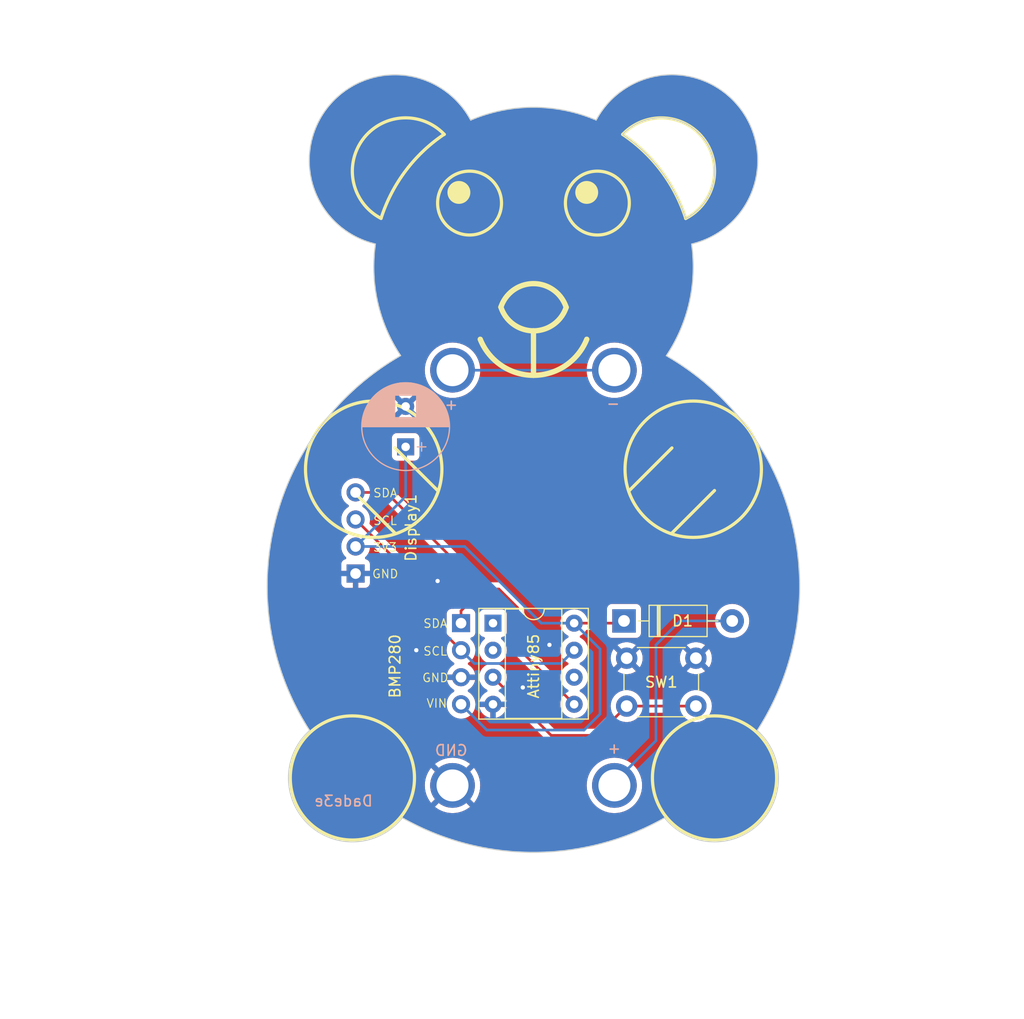
<source format=kicad_pcb>
(kicad_pcb (version 20221018) (generator pcbnew)
  (layers (0 "F.Cu" signal) (31 "B.Cu" signal) (34 "B.Paste" user) (35 "F.Paste" user) (36 "B.SilkS" user "B.Silkscreen") (37 "F.SilkS" user "F.Silkscreen") (38 "B.Mask" user) (39 "F.Mask" user) (44 "Edge.Cuts" user))
  (net 0 "")
  (net 3 "Net-(Attiny85-XTAL2{slash}PB4)")
  (net 4 "GND")
  (net 5 "Net-(Attiny85-AREF{slash}PB0)")
  (net 7 "Net-(Attiny85-PB2)")
  (net 8 "Net-(Attiny85-VCC)")
  (net 9 "Net-(D1-A)")
  (net 10 "Net-(SC1--)")
  (footprint "mia_libreria:Display_i2c_128x32" (layer "F.Cu") (at 68.3 96.2)
    (fp_text reference "Display1" (at 5.2 3.3 90) (layer "F.SilkS"))
    (fp_text value "Conn_01x04_Shielded")
    (fp_text user "GND" (at 1.5 8.1 unlocked) (layer "F.SilkS") (effects (font (size 0.8 0.8) (thickness 0.1)) (justify left bottom)))
    (fp_text user "SCL" (at 1.6 3.1 unlocked) (layer "F.SilkS") (effects (font (size 0.8 0.8) (thickness 0.1)) (justify left bottom)))
    (fp_text user "SDA" (at 1.6 0.5 unlocked) (layer "F.SilkS") (effects (font (size 0.8 0.8) (thickness 0.1)) (justify left bottom)))
    (fp_text user "3V3" (at 1.6 5.6 unlocked) (layer "F.SilkS") (effects (font (size 0.8 0.8) (thickness 0.1)) (justify left bottom)))
    (pad "1" thru_hole rect (at 0 7.6 180) (size 1.7 1.7) (drill 1) (layers "*.Cu" "*.Mask") (net 4 "GND"))
    (pad "2" thru_hole oval (at 0 5.06 180) (size 1.7 1.7) (drill 1) (layers "*.Cu" "*.Mask") (net 8 "Net-(Attiny85-VCC)"))
    (pad "3" thru_hole oval (at 0 2.52 180) (size 1.7 1.7) (drill 1) (layers "*.Cu" "*.Mask") (net 7 "Net-(Attiny85-PB2)"))
    (pad "4" thru_hole oval (at 0 -0.02 180) (size 1.7 1.7) (drill 1) (layers "*.Cu" "*.Mask") (net 5 "Net-(Attiny85-AREF{slash}PB0)"))
  )
  (footprint "Button_Switch_THT:SW_PUSH_6mm_H8mm" (layer "F.Cu") (at 100.25 116.25 180)
    (fp_text reference "SW1" (at 3.25 2.25) (layer "F.SilkS"))
    (fp_text value "SW_SPST" hide)
    (fp_line (start -0.25 1.5) (end -0.25 3) (stroke (width 0.12)) (layer "F.SilkS"))
    (fp_line (start 1 5.5) (end 5.5 5.5) (stroke (width 0.12)) (layer "F.SilkS"))
    (fp_line (start 5.5 -1) (end 1 -1) (stroke (width 0.12)) (layer "F.SilkS"))
    (fp_line (start 6.75 3) (end 6.75 1.5) (stroke (width 0.12)) (layer "F.SilkS"))
    (pad "1" thru_hole circle (at 0 0 270) (size 2 2) (drill 1.1) (layers "*.Cu" "*.Mask") (net 3 "Net-(Attiny85-XTAL2{slash}PB4)"))
    (pad "1" thru_hole circle (at 6.5 0 270) (size 2 2) (drill 1.1) (layers "*.Cu" "*.Mask") (net 3 "Net-(Attiny85-XTAL2{slash}PB4)"))
    (pad "2" thru_hole circle (at 0 4.5 270) (size 2 2) (drill 1.1) (layers "*.Cu" "*.Mask") (net 4 "GND"))
    (pad "2" thru_hole circle (at 6.5 4.5 270) (size 2 2) (drill 1.1) (layers "*.Cu" "*.Mask") (net 4 "GND"))
  )
  (footprint "Connector_PinSocket_2.54mm:PinSocket_1x04_P2.54mm_Vertical" (layer "F.Cu") (at 78.2 108.46)
    (fp_text reference "BMP280" (at -6.2 4.04 90) (layer "F.SilkS"))
    (fp_text value "Conn_01x04_Shielded")
    (fp_text user "VIN" (at -3.3 8 unlocked) (layer "F.SilkS") (effects (font (size 0.8 0.8) (thickness 0.1)) (justify left bottom)))
    (fp_text user "SCL" (at -3.6 3.1 unlocked) (layer "F.SilkS") (effects (font (size 0.8 0.8) (thickness 0.1)) (justify left bottom)))
    (fp_text user "SDA" (at -3.6 0.5 unlocked) (layer "F.SilkS") (effects (font (size 0.8 0.8) (thickness 0.1)) (justify left bottom)))
    (fp_text user "GND" (at -3.7 5.6 unlocked) (layer "F.SilkS") (effects (font (size 0.8 0.8) (thickness 0.1)) (justify left bottom)))
    (pad "1" thru_hole rect (at 0 0) (size 1.7 1.7) (drill 1) (layers "*.Cu" "*.Mask") (net 5 "Net-(Attiny85-AREF{slash}PB0)"))
    (pad "2" thru_hole oval (at 0 2.54) (size 1.7 1.7) (drill 1) (layers "*.Cu" "*.Mask") (net 7 "Net-(Attiny85-PB2)"))
    (pad "3" thru_hole oval (at 0 5.08) (size 1.7 1.7) (drill 1) (layers "*.Cu" "*.Mask") (net 4 "GND"))
    (pad "4" thru_hole oval (at 0 7.62) (size 1.7 1.7) (drill 1) (layers "*.Cu" "*.Mask") (net 8 "Net-(Attiny85-VCC)"))
  )
  (footprint "Diode_THT:D_DO-41_SOD81_P10.16mm_Horizontal" (layer "F.Cu") (at 93.5 108.25)
    (fp_text reference "D1" (at 5.5 0) (layer "F.SilkS"))
    (fp_text value "1N4007" hide)
    (fp_line (start 1.34 0) (end 2.36 0) (stroke (width 0.12)) (layer "F.SilkS"))
    (fp_line (start 2.36 -1.47) (end 2.36 1.47) (stroke (width 0.12)) (layer "F.SilkS"))
    (fp_line (start 2.36 1.47) (end 7.8 1.47) (stroke (width 0.12)) (layer "F.SilkS"))
    (fp_line (start 3.14 -1.47) (end 3.14 1.47) (stroke (width 0.12)) (layer "F.SilkS"))
    (fp_line (start 3.26 -1.47) (end 3.26 1.47) (stroke (width 0.12)) (layer "F.SilkS"))
    (fp_line (start 3.38 -1.47) (end 3.38 1.47) (stroke (width 0.12)) (layer "F.SilkS"))
    (fp_line (start 7.8 -1.47) (end 2.36 -1.47) (stroke (width 0.12)) (layer "F.SilkS"))
    (fp_line (start 7.8 1.47) (end 7.8 -1.47) (stroke (width 0.12)) (layer "F.SilkS"))
    (fp_line (start 8.82 0) (end 7.8 0) (stroke (width 0.12)) (layer "F.SilkS"))
    (pad "1" thru_hole rect (at 0 0) (size 2.2 2.2) (drill 1.1) (layers "*.Cu" "*.Mask") (net 8 "Net-(Attiny85-VCC)"))
    (pad "2" thru_hole oval (at 10.16 0) (size 2.2 2.2) (drill 1.1) (layers "*.Cu" "*.Mask") (net 9 "Net-(D1-A)"))
  )
  (footprint "Package_DIP:DIP-8_W7.62mm_Socket" (layer "F.Cu") (at 81.2 108.46)
    (fp_text reference "Attiny85" (at 3.81 4.04 90) (layer "F.SilkS"))
    (fp_text value "ATtiny85-20P")
    (fp_line (start -1.33 -1.39) (end -1.33 9.01) (stroke (width 0.12)) (layer "F.SilkS"))
    (fp_line (start -1.33 9.01) (end 8.95 9.01) (stroke (width 0.12)) (layer "F.SilkS"))
    (fp_line (start 1.16 -1.33) (end 1.16 8.95) (stroke (width 0.12)) (layer "F.SilkS"))
    (fp_line (start 1.16 8.95) (end 6.46 8.95) (stroke (width 0.12)) (layer "F.SilkS"))
    (fp_line (start 2.81 -1.33) (end 1.16 -1.33) (stroke (width 0.12)) (layer "F.SilkS"))
    (fp_line (start 6.46 -1.33) (end 4.81 -1.33) (stroke (width 0.12)) (layer "F.SilkS"))
    (fp_line (start 6.46 8.95) (end 6.46 -1.33) (stroke (width 0.12)) (layer "F.SilkS"))
    (fp_line (start 8.95 -1.39) (end -1.33 -1.39) (stroke (width 0.12)) (layer "F.SilkS"))
    (fp_line (start 8.95 9.01) (end 8.95 -1.39) (stroke (width 0.12)) (layer "F.SilkS"))
    (fp_arc (start 4.81 -1.33) (mid 3.81 -0.33) (end 2.81 -1.33) (stroke (width 0.12)) (layer "F.SilkS"))
    (pad "1" thru_hole rect (at 0 0) (size 1.6 1.6) (drill 0.8) (layers "*.Cu" "*.Mask"))
    (pad "2" thru_hole oval (at 0 2.54) (size 1.6 1.6) (drill 0.8) (layers "*.Cu" "*.Mask"))
    (pad "3" thru_hole oval (at 0 5.08) (size 1.6 1.6) (drill 0.8) (layers "*.Cu" "*.Mask") (net 3 "Net-(Attiny85-XTAL2{slash}PB4)"))
    (pad "4" thru_hole oval (at 0 7.62) (size 1.6 1.6) (drill 0.8) (layers "*.Cu" "*.Mask") (net 4 "GND"))
    (pad "5" thru_hole oval (at 7.62 7.62) (size 1.6 1.6) (drill 0.8) (layers "*.Cu" "*.Mask") (net 5 "Net-(Attiny85-AREF{slash}PB0)"))
    (pad "6" thru_hole oval (at 7.62 5.08) (size 1.6 1.6) (drill 0.8) (layers "*.Cu" "*.Mask"))
    (pad "7" thru_hole oval (at 7.62 2.54) (size 1.6 1.6) (drill 0.8) (layers "*.Cu" "*.Mask") (net 7 "Net-(Attiny85-PB2)"))
    (pad "8" thru_hole oval (at 7.62 0) (size 1.6 1.6) (drill 0.8) (layers "*.Cu" "*.Mask") (net 8 "Net-(Attiny85-VCC)"))
  )
  (footprint "Capacitor_THT:CP_Radial_D8.0mm_P3.80mm" (layer "B.Cu") (at 73 91.9 90)
    (fp_text reference "C1" hide)
    (fp_text value "25F" hide)
    (fp_line (start -0.4 1.5) (end 0.4 1.5) (stroke (width 0.12)) (layer "B.SilkS"))
    (fp_line (start 0 1.9) (end 0 1.1) (stroke (width 0.12)) (layer "B.SilkS"))
    (fp_line (start 1.9 4.08) (end 1.9 -4.08) (stroke (width 0.12)) (layer "B.SilkS"))
    (fp_line (start 1.94 4.08) (end 1.94 -4.08) (stroke (width 0.12)) (layer "B.SilkS"))
    (fp_line (start 1.98 4.08) (end 1.98 -4.08) (stroke (width 0.12)) (layer "B.SilkS"))
    (fp_line (start 2.02 4.079) (end 2.02 -4.079) (stroke (width 0.12)) (layer "B.SilkS"))
    (fp_line (start 2.06 4.077) (end 2.06 -4.077) (stroke (width 0.12)) (layer "B.SilkS"))
    (fp_line (start 2.1 4.076) (end 2.1 -4.076) (stroke (width 0.12)) (layer "B.SilkS"))
    (fp_line (start 2.14 4.074) (end 2.14 -4.074) (stroke (width 0.12)) (layer "B.SilkS"))
    (fp_line (start 2.18 4.071) (end 2.18 -4.071) (stroke (width 0.12)) (layer "B.SilkS"))
    (fp_line (start 2.22 4.068) (end 2.22 -4.068) (stroke (width 0.12)) (layer "B.SilkS"))
    (fp_line (start 2.26 4.065) (end 2.26 -4.065) (stroke (width 0.12)) (layer "B.SilkS"))
    (fp_line (start 2.3 4.061) (end 2.3 -4.061) (stroke (width 0.12)) (layer "B.SilkS"))
    (fp_line (start 2.34 4.057) (end 2.34 -4.057) (stroke (width 0.12)) (layer "B.SilkS"))
    (fp_line (start 2.38 4.052) (end 2.38 -4.052) (stroke (width 0.12)) (layer "B.SilkS"))
    (fp_line (start 2.42 4.048) (end 2.42 -4.048) (stroke (width 0.12)) (layer "B.SilkS"))
    (fp_line (start 2.46 4.042) (end 2.46 -4.042) (stroke (width 0.12)) (layer "B.SilkS"))
    (fp_line (start 2.5 4.037) (end 2.5 -4.037) (stroke (width 0.12)) (layer "B.SilkS"))
    (fp_line (start 2.54 4.03) (end 2.54 -4.03) (stroke (width 0.12)) (layer "B.SilkS"))
    (fp_line (start 2.58 4.024) (end 2.58 -4.024) (stroke (width 0.12)) (layer "B.SilkS"))
    (fp_line (start 2.621 4.017) (end 2.621 -4.017) (stroke (width 0.12)) (layer "B.SilkS"))
    (fp_line (start 2.661 4.01) (end 2.661 -4.01) (stroke (width 0.12)) (layer "B.SilkS"))
    (fp_line (start 2.701 4.002) (end 2.701 -4.002) (stroke (width 0.12)) (layer "B.SilkS"))
    (fp_line (start 2.741 3.994) (end 2.741 -3.994) (stroke (width 0.12)) (layer "B.SilkS"))
    (fp_line (start 2.781 -1.04) (end 2.781 -3.985) (stroke (width 0.12)) (layer "B.SilkS"))
    (fp_line (start 2.781 3.985) (end 2.781 1.04) (stroke (width 0.12)) (layer "B.SilkS"))
    (fp_line (start 2.821 -1.04) (end 2.821 -3.976) (stroke (width 0.12)) (layer "B.SilkS"))
    (fp_line (start 2.821 3.976) (end 2.821 1.04) (stroke (width 0.12)) (layer "B.SilkS"))
    (fp_line (start 2.861 -1.04) (end 2.861 -3.967) (stroke (width 0.12)) (layer "B.SilkS"))
    (fp_line (start 2.861 3.967) (end 2.861 1.04) (stroke (width 0.12)) (layer "B.SilkS"))
    (fp_line (start 2.901 -1.04) (end 2.901 -3.957) (stroke (width 0.12)) (layer "B.SilkS"))
    (fp_line (start 2.901 3.957) (end 2.901 1.04) (stroke (width 0.12)) (layer "B.SilkS"))
    (fp_line (start 2.941 -1.04) (end 2.941 -3.947) (stroke (width 0.12)) (layer "B.SilkS"))
    (fp_line (start 2.941 3.947) (end 2.941 1.04) (stroke (width 0.12)) (layer "B.SilkS"))
    (fp_line (start 2.981 -1.04) (end 2.981 -3.936) (stroke (width 0.12)) (layer "B.SilkS"))
    (fp_line (start 2.981 3.936) (end 2.981 1.04) (stroke (width 0.12)) (layer "B.SilkS"))
    (fp_line (start 3.021 -1.04) (end 3.021 -3.925) (stroke (width 0.12)) (layer "B.SilkS"))
    (fp_line (start 3.021 3.925) (end 3.021 1.04) (stroke (width 0.12)) (layer "B.SilkS"))
    (fp_line (start 3.061 -1.04) (end 3.061 -3.914) (stroke (width 0.12)) (layer "B.SilkS"))
    (fp_line (start 3.061 3.914) (end 3.061 1.04) (stroke (width 0.12)) (layer "B.SilkS"))
    (fp_line (start 3.101 -1.04) (end 3.101 -3.902) (stroke (width 0.12)) (layer "B.SilkS"))
    (fp_line (start 3.101 3.902) (end 3.101 1.04) (stroke (width 0.12)) (layer "B.SilkS"))
    (fp_line (start 3.141 -1.04) (end 3.141 -3.889) (stroke (width 0.12)) (layer "B.SilkS"))
    (fp_line (start 3.141 3.889) (end 3.141 1.04) (stroke (width 0.12)) (layer "B.SilkS"))
    (fp_line (start 3.181 -1.04) (end 3.181 -3.877) (stroke (width 0.12)) (layer "B.SilkS"))
    (fp_line (start 3.181 3.877) (end 3.181 1.04) (stroke (width 0.12)) (layer "B.SilkS"))
    (fp_line (start 3.221 -1.04) (end 3.221 -3.863) (stroke (width 0.12)) (layer "B.SilkS"))
    (fp_line (start 3.221 3.863) (end 3.221 1.04) (stroke (width 0.12)) (layer "B.SilkS"))
    (fp_line (start 3.261 -1.04) (end 3.261 -3.85) (stroke (width 0.12)) (layer "B.SilkS"))
    (fp_line (start 3.261 3.85) (end 3.261 1.04) (stroke (width 0.12)) (layer "B.SilkS"))
    (fp_line (start 3.301 -1.04) (end 3.301 -3.835) (stroke (width 0.12)) (layer "B.SilkS"))
    (fp_line (start 3.301 3.835) (end 3.301 1.04) (stroke (width 0.12)) (layer "B.SilkS"))
    (fp_line (start 3.341 -1.04) (end 3.341 -3.821) (stroke (width 0.12)) (layer "B.SilkS"))
    (fp_line (start 3.341 3.821) (end 3.341 1.04) (stroke (width 0.12)) (layer "B.SilkS"))
    (fp_line (start 3.381 -1.04) (end 3.381 -3.805) (stroke (width 0.12)) (layer "B.SilkS"))
    (fp_line (start 3.381 3.805) (end 3.381 1.04) (stroke (width 0.12)) (layer "B.SilkS"))
    (fp_line (start 3.421 -1.04) (end 3.421 -3.79) (stroke (width 0.12)) (layer "B.SilkS"))
    (fp_line (start 3.421 3.79) (end 3.421 1.04) (stroke (width 0.12)) (layer "B.SilkS"))
    (fp_line (start 3.461 -1.04) (end 3.461 -3.774) (stroke (width 0.12)) (layer "B.SilkS"))
    (fp_line (start 3.461 3.774) (end 3.461 1.04) (stroke (width 0.12)) (layer "B.SilkS"))
    (fp_line (start 3.501 -1.04) (end 3.501 -3.757) (stroke (width 0.12)) (layer "B.SilkS"))
    (fp_line (start 3.501 3.757) (end 3.501 1.04) (stroke (width 0.12)) (layer "B.SilkS"))
    (fp_line (start 3.541 -1.04) (end 3.541 -3.74) (stroke (width 0.12)) (layer "B.SilkS"))
    (fp_line (start 3.541 3.74) (end 3.541 1.04) (stroke (width 0.12)) (layer "B.SilkS"))
    (fp_line (start 3.581 -1.04) (end 3.581 -3.722) (stroke (width 0.12)) (layer "B.SilkS"))
    (fp_line (start 3.581 3.722) (end 3.581 1.04) (stroke (width 0.12)) (layer "B.SilkS"))
    (fp_line (start 3.621 -1.04) (end 3.621 -3.704) (stroke (width 0.12)) (layer "B.SilkS"))
    (fp_line (start 3.621 3.704) (end 3.621 1.04) (stroke (width 0.12)) (layer "B.SilkS"))
    (fp_line (start 3.661 -1.04) (end 3.661 -3.686) (stroke (width 0.12)) (layer "B.SilkS"))
    (fp_line (start 3.661 3.686) (end 3.661 1.04) (stroke (width 0.12)) (layer "B.SilkS"))
    (fp_line (start 3.701 -1.04) (end 3.701 -3.666) (stroke (width 0.12)) (layer "B.SilkS"))
    (fp_line (start 3.701 3.666) (end 3.701 1.04) (stroke (width 0.12)) (layer "B.SilkS"))
    (fp_line (start 3.741 -1.04) (end 3.741 -3.647) (stroke (width 0.12)) (layer "B.SilkS"))
    (fp_line (start 3.741 3.647) (end 3.741 1.04) (stroke (width 0.12)) (layer "B.SilkS"))
    (fp_line (start 3.781 -1.04) (end 3.781 -3.627) (stroke (width 0.12)) (layer "B.SilkS"))
    (fp_line (start 3.781 3.627) (end 3.781 1.04) (stroke (width 0.12)) (layer "B.SilkS"))
    (fp_line (start 3.821 -1.04) (end 3.821 -3.606) (stroke (width 0.12)) (layer "B.SilkS"))
    (fp_line (start 3.821 3.606) (end 3.821 1.04) (stroke (width 0.12)) (layer "B.SilkS"))
    (fp_line (start 3.861 -1.04) (end 3.861 -3.584) (stroke (width 0.12)) (layer "B.SilkS"))
    (fp_line (start 3.861 3.584) (end 3.861 1.04) (stroke (width 0.12)) (layer "B.SilkS"))
    (fp_line (start 3.901 -1.04) (end 3.901 -3.562) (stroke (width 0.12)) (layer "B.SilkS"))
    (fp_line (start 3.901 3.562) (end 3.901 1.04) (stroke (width 0.12)) (layer "B.SilkS"))
    (fp_line (start 3.941 -1.04) (end 3.941 -3.54) (stroke (width 0.12)) (layer "B.SilkS"))
    (fp_line (start 3.941 3.54) (end 3.941 1.04) (stroke (width 0.12)) (layer "B.SilkS"))
    (fp_line (start 3.981 -1.04) (end 3.981 -3.517) (stroke (width 0.12)) (layer "B.SilkS"))
    (fp_line (start 3.981 3.517) (end 3.981 1.04) (stroke (width 0.12)) (layer "B.SilkS"))
    (fp_line (start 4.021 -1.04) (end 4.021 -3.493) (stroke (width 0.12)) (layer "B.SilkS"))
    (fp_line (start 4.021 3.493) (end 4.021 1.04) (stroke (width 0.12)) (layer "B.SilkS"))
    (fp_line (start 4.061 -1.04) (end 4.061 -3.469) (stroke (width 0.12)) (layer "B.SilkS"))
    (fp_line (start 4.061 3.469) (end 4.061 1.04) (stroke (width 0.12)) (layer "B.SilkS"))
    (fp_line (start 4.101 -1.04) (end 4.101 -3.444) (stroke (width 0.12)) (layer "B.SilkS"))
    (fp_line (start 4.101 3.444) (end 4.101 1.04) (stroke (width 0.12)) (layer "B.SilkS"))
    (fp_line (start 4.141 -1.04) (end 4.141 -3.418) (stroke (width 0.12)) (layer "B.SilkS"))
    (fp_line (start 4.141 3.418) (end 4.141 1.04) (stroke (width 0.12)) (layer "B.SilkS"))
    (fp_line (start 4.181 -1.04) (end 4.181 -3.392) (stroke (width 0.12)) (layer "B.SilkS"))
    (fp_line (start 4.181 3.392) (end 4.181 1.04) (stroke (width 0.12)) (layer "B.SilkS"))
    (fp_line (start 4.221 -1.04) (end 4.221 -3.365) (stroke (width 0.12)) (layer "B.SilkS"))
    (fp_line (start 4.221 3.365) (end 4.221 1.04) (stroke (width 0.12)) (layer "B.SilkS"))
    (fp_line (start 4.261 -1.04) (end 4.261 -3.338) (stroke (width 0.12)) (layer "B.SilkS"))
    (fp_line (start 4.261 3.338) (end 4.261 1.04) (stroke (width 0.12)) (layer "B.SilkS"))
    (fp_line (start 4.301 -1.04) (end 4.301 -3.309) (stroke (width 0.12)) (layer "B.SilkS"))
    (fp_line (start 4.301 3.309) (end 4.301 1.04) (stroke (width 0.12)) (layer "B.SilkS"))
    (fp_line (start 4.341 -1.04) (end 4.341 -3.28) (stroke (width 0.12)) (layer "B.SilkS"))
    (fp_line (start 4.341 3.28) (end 4.341 1.04) (stroke (width 0.12)) (layer "B.SilkS"))
    (fp_line (start 4.381 -1.04) (end 4.381 -3.25) (stroke (width 0.12)) (layer "B.SilkS"))
    (fp_line (start 4.381 3.25) (end 4.381 1.04) (stroke (width 0.12)) (layer "B.SilkS"))
    (fp_line (start 4.421 -1.04) (end 4.421 -3.22) (stroke (width 0.12)) (layer "B.SilkS"))
    (fp_line (start 4.421 3.22) (end 4.421 1.04) (stroke (width 0.12)) (layer "B.SilkS"))
    (fp_line (start 4.461 -1.04) (end 4.461 -3.189) (stroke (width 0.12)) (layer "B.SilkS"))
    (fp_line (start 4.461 3.189) (end 4.461 1.04) (stroke (width 0.12)) (layer "B.SilkS"))
    (fp_line (start 4.501 -1.04) (end 4.501 -3.156) (stroke (width 0.12)) (layer "B.SilkS"))
    (fp_line (start 4.501 3.156) (end 4.501 1.04) (stroke (width 0.12)) (layer "B.SilkS"))
    (fp_line (start 4.541 -1.04) (end 4.541 -3.124) (stroke (width 0.12)) (layer "B.SilkS"))
    (fp_line (start 4.541 3.124) (end 4.541 1.04) (stroke (width 0.12)) (layer "B.SilkS"))
    (fp_line (start 4.581 -1.04) (end 4.581 -3.09) (stroke (width 0.12)) (layer "B.SilkS"))
    (fp_line (start 4.581 3.09) (end 4.581 1.04) (stroke (width 0.12)) (layer "B.SilkS"))
    (fp_line (start 4.621 -1.04) (end 4.621 -3.055) (stroke (width 0.12)) (layer "B.SilkS"))
    (fp_line (start 4.621 3.055) (end 4.621 1.04) (stroke (width 0.12)) (layer "B.SilkS"))
    (fp_line (start 4.661 -1.04) (end 4.661 -3.019) (stroke (width 0.12)) (layer "B.SilkS"))
    (fp_line (start 4.661 3.019) (end 4.661 1.04) (stroke (width 0.12)) (layer "B.SilkS"))
    (fp_line (start 4.701 -1.04) (end 4.701 -2.983) (stroke (width 0.12)) (layer "B.SilkS"))
    (fp_line (start 4.701 2.983) (end 4.701 1.04) (stroke (width 0.12)) (layer "B.SilkS"))
    (fp_line (start 4.741 -1.04) (end 4.741 -2.945) (stroke (width 0.12)) (layer "B.SilkS"))
    (fp_line (start 4.741 2.945) (end 4.741 1.04) (stroke (width 0.12)) (layer "B.SilkS"))
    (fp_line (start 4.781 -1.04) (end 4.781 -2.907) (stroke (width 0.12)) (layer "B.SilkS"))
    (fp_line (start 4.781 2.907) (end 4.781 1.04) (stroke (width 0.12)) (layer "B.SilkS"))
    (fp_line (start 4.821 -1.04) (end 4.821 -2.867) (stroke (width 0.12)) (layer "B.SilkS"))
    (fp_line (start 4.821 2.867) (end 4.821 1.04) (stroke (width 0.12)) (layer "B.SilkS"))
    (fp_line (start 4.861 2.826) (end 4.861 -2.826) (stroke (width 0.12)) (layer "B.SilkS"))
    (fp_line (start 4.901 2.784) (end 4.901 -2.784) (stroke (width 0.12)) (layer "B.SilkS"))
    (fp_line (start 4.941 2.741) (end 4.941 -2.741) (stroke (width 0.12)) (layer "B.SilkS"))
    (fp_line (start 4.981 2.697) (end 4.981 -2.697) (stroke (width 0.12)) (layer "B.SilkS"))
    (fp_line (start 5.021 2.651) (end 5.021 -2.651) (stroke (width 0.12)) (layer "B.SilkS"))
    (fp_line (start 5.061 2.604) (end 5.061 -2.604) (stroke (width 0.12)) (layer "B.SilkS"))
    (fp_line (start 5.101 2.556) (end 5.101 -2.556) (stroke (width 0.12)) (layer "B.SilkS"))
    (fp_line (start 5.141 2.505) (end 5.141 -2.505) (stroke (width 0.12)) (layer "B.SilkS"))
    (fp_line (start 5.181 2.454) (end 5.181 -2.454) (stroke (width 0.12)) (layer "B.SilkS"))
    (fp_line (start 5.221 2.4) (end 5.221 -2.4) (stroke (width 0.12)) (layer "B.SilkS"))
    (fp_line (start 5.261 2.345) (end 5.261 -2.345) (stroke (width 0.12)) (layer "B.SilkS"))
    (fp_line (start 5.301 2.287) (end 5.301 -2.287) (stroke (width 0.12)) (layer "B.SilkS"))
    (fp_line (start 5.341 2.228) (end 5.341 -2.228) (stroke (width 0.12)) (layer "B.SilkS"))
    (fp_line (start 5.381 2.166) (end 5.381 -2.166) (stroke (width 0.12)) (layer "B.SilkS"))
    (fp_line (start 5.421 2.102) (end 5.421 -2.102) (stroke (width 0.12)) (layer "B.SilkS"))
    (fp_line (start 5.461 2.034) (end 5.461 -2.034) (stroke (width 0.12)) (layer "B.SilkS"))
    (fp_line (start 5.501 1.964) (end 5.501 -1.964) (stroke (width 0.12)) (layer "B.SilkS"))
    (fp_line (start 5.541 1.89) (end 5.541 -1.89) (stroke (width 0.12)) (layer "B.SilkS"))
    (fp_line (start 5.581 1.813) (end 5.581 -1.813) (stroke (width 0.12)) (layer "B.SilkS"))
    (fp_line (start 5.621 1.731) (end 5.621 -1.731) (stroke (width 0.12)) (layer "B.SilkS"))
    (fp_line (start 5.661 1.645) (end 5.661 -1.645) (stroke (width 0.12)) (layer "B.SilkS"))
    (fp_line (start 5.701 1.552) (end 5.701 -1.552) (stroke (width 0.12)) (layer "B.SilkS"))
    (fp_line (start 5.741 1.453) (end 5.741 -1.453) (stroke (width 0.12)) (layer "B.SilkS"))
    (fp_line (start 5.781 1.346) (end 5.781 -1.346) (stroke (width 0.12)) (layer "B.SilkS"))
    (fp_line (start 5.821 1.229) (end 5.821 -1.229) (stroke (width 0.12)) (layer "B.SilkS"))
    (fp_line (start 5.861 1.098) (end 5.861 -1.098) (stroke (width 0.12)) (layer "B.SilkS"))
    (fp_line (start 5.901 0.948) (end 5.901 -0.948) (stroke (width 0.12)) (layer "B.SilkS"))
    (fp_line (start 5.941 0.768) (end 5.941 -0.768) (stroke (width 0.12)) (layer "B.SilkS"))
    (fp_line (start 5.981 0.533) (end 5.981 -0.533) (stroke (width 0.12)) (layer "B.SilkS"))
    (fp_circle (center 1.9 0) (end 6.02 0) (stroke (width 0.12)) (fill none) (layer "B.SilkS"))
    (pad "1" thru_hole rect (at 0 0 90) (size 1.6 1.6) (drill 0.8) (layers "*.Cu" "*.Mask") (net 8 "Net-(Attiny85-VCC)"))
    (pad "2" thru_hole circle (at 3.8 0 90) (size 1.6 1.6) (drill 0.8) (layers "*.Cu" "*.Mask") (net 4 "GND"))
  )
  (footprint "mia_libreria:solar_panel" (layer "B.Cu") (at 92.6 123.7 90)
    (fp_text reference "SC1" hide)
    (fp_text value "Solar_Cell")
    (pad "1" thru_hole circle (at 0 0 90) (size 4.2 4.2) (drill 3) (layers "*.Cu" "*.Mask") (net 9 "Net-(D1-A)"))
    (pad "2" thru_hole circle (at 39 0 90) (size 4.2 4.2) (drill 3) (layers "*.Cu" "*.Mask") (net 10 "Net-(SC1--)"))
  )
  (footprint "mia_libreria:solar_panel" (layer "B.Cu") (at 77.4 84.7 -90)
    (fp_text reference "SC2" hide)
    (fp_text value "Solar_Cell")
    (pad "1" thru_hole circle (at 0 0 270) (size 4.2 4.2) (drill 3) (layers "*.Cu" "*.Mask") (net 10 "Net-(SC1--)"))
    (pad "2" thru_hole circle (at 39 0 270) (size 4.2 4.2) (drill 3) (layers "*.Cu" "*.Mask") (net 4 "GND"))
  )
  (gr_circle (center 102 123) (end 105 118) (stroke (width 0.3)) (fill none) (layer "F.SilkS"))
  (gr_circle (center 91 69) (end 94 69) (stroke (width 0.3)) (fill none) (layer "F.SilkS"))
  (gr_circle (center 100 94) (end 106.403124 94) (stroke (width 0.3)) (fill none) (layer "F.SilkS"))
  (gr_arc (start 70.69 70.44) (mid 69.001357 62.989925) (end 76.62785 62.552044) (stroke (width 0.3)) (layer "F.SilkS"))
  (gr_line (start 85 81) (end 85.004012 85.178838) (stroke (width 0.5)) (layer "F.SilkS"))
  (gr_arc (start 93.380001 62.550001) (mid 101.003999 63.004187) (end 99.288184 70.446471) (stroke (width 0.3)) (layer "F.SilkS"))
  (gr_circle (center 90 68) (end 91 68) (stroke (width 0.15)) (fill solid) (layer "F.SilkS"))
  (gr_arc (start 81.942872 78.773293) (mid 85.014741 76.566965) (end 88.07187 78.793674) (stroke (width 0.5)) (layer "F.SilkS"))
  (gr_arc (start 90.004011 81.793674) (mid 85.004012 85.178838) (end 80.004013 81.793674) (stroke (width 0.5)) (layer "F.SilkS"))
  (gr_circle (center 79 69) (end 82 69) (stroke (width 0.3)) (fill none) (layer "F.SilkS"))
  (gr_line (start 76 96) (end 72 92) (stroke (width 0.3)) (layer "F.SilkS"))
  (gr_line (start 98 100) (end 102 96) (stroke (width 0.3)) (layer "F.SilkS"))
  (gr_arc (start 70.690001 70.44) (mid 72.985718 65.987415) (end 76.618087 62.537528) (stroke (width 0.3)) (layer "F.SilkS"))
  (gr_circle (center 78 68) (end 79 68) (stroke (width 0.15)) (fill solid) (layer "F.SilkS"))
  (gr_line (start 72 100) (end 68 96) (stroke (width 0.3)) (layer "F.SilkS"))
  (gr_arc (start 88.07187 78.793674) (mid 85.000001 81.000001) (end 81.942872 78.773293) (stroke (width 0.5)) (layer "F.SilkS"))
  (gr_circle (center 70 94) (end 76.403124 94) (stroke (width 0.3)) (fill none) (layer "F.SilkS"))
  (gr_arc (start 93.380001 62.550001) (mid 97.006626 65.996232) (end 99.298983 70.44303) (stroke (width 0.3)) (layer "F.SilkS"))
  (gr_line (start 94 96) (end 98 92) (stroke (width 0.3)) (layer "F.SilkS"))
  (gr_circle (center 68 123) (end 65 118) (stroke (width 0.3)) (fill none) (layer "F.SilkS"))
  (gr_arc (start 72.689571 126.749656) (mid 63.881542 127.369245) (end 63.980001 118.54) (stroke (width 0.1)) (layer "Edge.Cuts"))
  (gr_arc (start 63.980001 118.54) (mid 60.702473 99.100667) (end 72.52918 83.328576) (stroke (width 0.1)) (layer "Edge.Cuts"))
  (gr_arc (start 93.38 62.55) (mid 97.00494 65.993984) (end 99.297276 70.437678) (stroke (width 0.1)) (layer "Edge.Cuts"))
  (gr_arc (start 93.38 62.55) (mid 101.004668 62.993418) (end 99.297276 70.437677) (stroke (width 0.1)) (layer "Edge.Cuts"))
  (gr_arc (start 106.012906 118.537889) (mid 106.118927 127.364435) (end 97.313285 126.74814) (stroke (width 0.1)) (layer "Edge.Cuts"))
  (gr_arc (start 70.160154 72.840022) (mid 65.616153 60.091081) (end 79.104492 61.208278) (stroke (width 0.1)) (layer "Edge.Cuts"))
  (gr_arc (start 97.313285 126.74814) (mid 85.001887 129.99197) (end 72.69 126.749999) (stroke (width 0.1)) (layer "Edge.Cuts"))
  (gr_arc (start 97.474783 83.339058) (mid 109.291886 99.107557) (end 106.012905 118.537889) (stroke (width 0.1)) (layer "Edge.Cuts"))
  (gr_arc (start 72.52918 83.328576) (mid 70.372267 78.303933) (end 70.160154 72.840022) (stroke (width 0.1)) (layer "Edge.Cuts"))
  (gr_arc (start 90.888461 61.203609) (mid 104.388291 60.083059) (end 99.849656 72.846359) (stroke (width 0.1)) (layer "Edge.Cuts"))
  (gr_arc (start 99.850497 72.849928) (mid 99.634657 78.314648) (end 97.474782 83.339058) (stroke (width 0.1)) (layer "Edge.Cuts"))
  (gr_arc (start 79.104492 61.208279) (mid 84.995842 60.001048) (end 90.887861 61.205012) (stroke (width 0.1)) (layer "Edge.Cuts"))
  (gr_text "+" (at 78 88.5) (layer "B.SilkS") (effects (font (size 1 1)) (justify left bottom mirror)))
  (gr_text "-" (at 93.2 88.4) (layer "B.SilkS") (effects (font (size 1 1)) (justify left bottom mirror)))
  (gr_text "GND" (at 78.9 121) (layer "B.SilkS") (effects (font (size 1 1)) (justify left bottom mirror)))
  (gr_text "Dade3e" (at 70 125.75) (layer "B.SilkS") (effects (font (size 1 1)) (justify left bottom mirror)))
  (gr_text "+" (at 93.3 120.8) (layer "B.SilkS") (effects (font (size 1 1)) (justify left bottom mirror)))
  (segment (start 91 119) (end 86.66 119) (width 0.25) (layer "F.Cu") (net 3))
  (segment (start 93.75 116.25) (end 100.25 116.25) (width 0.25) (layer "F.Cu") (net 3))
  (segment (start 86.66 119) (end 81.2 113.54) (width 0.25) (layer "F.Cu") (net 3))
  (segment (start 93.75 116.25) (end 91 119) (width 0.25) (layer "F.Cu") (net 3))
  (via (at 74 111) (size 0.8) (drill 0.4) (layers "F.Cu" "B.Cu") (net 4))
  (via (at 76 104.5) (size 0.8) (drill 0.4) (layers "F.Cu" "B.Cu") (net 4))
  (via (at 86.5 110.5) (size 0.8) (drill 0.4) (layers "F.Cu" "B.Cu") (net 4))
  (via (at 84 114.5) (size 0.8) (drill 0.4) (layers "F.Cu" "B.Cu") (net 4))
  (segment (start 78.2 107.3) (end 80.25 105.25) (width 0.25) (layer "F.Cu") (net 5))
  (segment (start 78.2 108.46) (end 78.2 107.3) (width 0.25) (layer "F.Cu") (net 5))
  (segment (start 83.5 107) (end 81.75 105.25) (width 0.25) (layer "F.Cu") (net 5))
  (segment (start 71.18 96.18) (end 68.3 96.18) (width 0.25) (layer "F.Cu") (net 5))
  (segment (start 80.25 105.25) (end 71.18 96.18) (width 0.25) (layer "F.Cu") (net 5))
  (segment (start 83.5 110.76) (end 83.5 107) (width 0.25) (layer "F.Cu") (net 5))
  (segment (start 88.82 116.08) (end 83.5 110.76) (width 0.25) (layer "F.Cu") (net 5))
  (segment (start 81.75 105.25) (end 80.25 105.25) (width 0.25) (layer "F.Cu") (net 5))
  (segment (start 78.2 111) (end 72.25 105.05) (width 0.25) (layer "F.Cu") (net 7))
  (segment (start 72.25 105.05) (end 72.25 102.67) (width 0.25) (layer "F.Cu") (net 7))
  (segment (start 72.25 102.67) (end 68.3 98.72) (width 0.25) (layer "F.Cu") (net 7))
  (segment (start 79.45 112.25) (end 78.2 111) (width 0.25) (layer "B.Cu") (net 7))
  (segment (start 88.82 111) (end 87.57 112.25) (width 0.25) (layer "B.Cu") (net 7))
  (segment (start 87.57 112.25) (end 79.45 112.25) (width 0.25) (layer "B.Cu") (net 7))
  (segment (start 93.29 108.46) (end 93.5 108.25) (width 0.25) (layer "F.Cu") (net 8))
  (segment (start 88.82 108.46) (end 93.29 108.46) (width 0.25) (layer "F.Cu") (net 8))
  (segment (start 78.2 116.08) (end 80.62 118.5) (width 0.25) (layer "B.Cu") (net 8))
  (segment (start 91.25 117) (end 91.25 110.89) (width 0.25) (layer "B.Cu") (net 8))
  (segment (start 78.54 101.26) (end 68.3 101.26) (width 0.25) (layer "B.Cu") (net 8))
  (segment (start 68.3 101.26) (end 73 96.56) (width 0.25) (layer "B.Cu") (net 8))
  (segment (start 85.74 108.46) (end 78.54 101.26) (width 0.25) (layer "B.Cu") (net 8))
  (segment (start 80.62 118.5) (end 89.75 118.5) (width 0.25) (layer "B.Cu") (net 8))
  (segment (start 88.82 108.46) (end 85.74 108.46) (width 0.25) (layer "B.Cu") (net 8))
  (segment (start 91.25 110.89) (end 88.82 108.46) (width 0.25) (layer "B.Cu") (net 8))
  (segment (start 73 96.56) (end 73 91.9) (width 0.25) (layer "B.Cu") (net 8))
  (segment (start 89.75 118.5) (end 91.25 117) (width 0.25) (layer "B.Cu") (net 8))
  (segment (start 93 123) (end 96.5 119.5) (width 0.25) (layer "B.Cu") (net 9))
  (segment (start 98.75 108.25) (end 103.66 108.25) (width 0.25) (layer "B.Cu") (net 9))
  (segment (start 96.5 110.5) (end 98.75 108.25) (width 0.25) (layer "B.Cu") (net 9))
  (segment (start 96.5 119.5) (end 96.5 110.5) (width 0.25) (layer "B.Cu") (net 9))
  (segment (start 77.4 84.7) (end 92.6 84.7) (width 0.25) (layer "B.Cu") (net 10))
  (zone (net 4) (net_name "GND") (layers "F&B.Cu") (connect_pads (clearance 0.5)) (min_thickness 0.25) (fill yes (thermal_gap 0.5) (thermal_bridge_width 0.5))
    (polygon (pts (xy 53 50.25) (xy 118.75 50.25) (xy 119 136) (xy 53 136)))
  )
)
</source>
